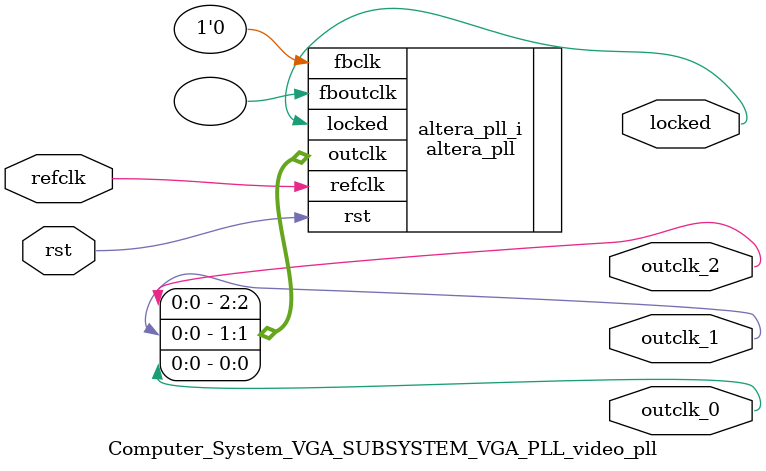
<source format=v>
`timescale 1ns/10ps
module  Computer_System_VGA_SUBSYSTEM_VGA_PLL_video_pll(

	// interface 'refclk'
	input wire refclk,

	// interface 'reset'
	input wire rst,

	// interface 'outclk0'
	output wire outclk_0,

	// interface 'outclk1'
	output wire outclk_1,

	// interface 'outclk2'
	output wire outclk_2,

	// interface 'locked'
	output wire locked
);

	altera_pll #(
		.fractional_vco_multiplier("false"),
		.reference_clock_frequency("50.0 MHz"),
		.operation_mode("direct"),
		.number_of_clocks(3),
		.output_clock_frequency0("25.000000 MHz"),
		.phase_shift0("0 ps"),
		.duty_cycle0(50),
		.output_clock_frequency1("25.000000 MHz"),
		.phase_shift1("0 ps"),
		.duty_cycle1(50),
		.output_clock_frequency2("33.000000 MHz"),
		.phase_shift2("0 ps"),
		.duty_cycle2(50),
		.output_clock_frequency3("0 MHz"),
		.phase_shift3("0 ps"),
		.duty_cycle3(50),
		.output_clock_frequency4("0 MHz"),
		.phase_shift4("0 ps"),
		.duty_cycle4(50),
		.output_clock_frequency5("0 MHz"),
		.phase_shift5("0 ps"),
		.duty_cycle5(50),
		.output_clock_frequency6("0 MHz"),
		.phase_shift6("0 ps"),
		.duty_cycle6(50),
		.output_clock_frequency7("0 MHz"),
		.phase_shift7("0 ps"),
		.duty_cycle7(50),
		.output_clock_frequency8("0 MHz"),
		.phase_shift8("0 ps"),
		.duty_cycle8(50),
		.output_clock_frequency9("0 MHz"),
		.phase_shift9("0 ps"),
		.duty_cycle9(50),
		.output_clock_frequency10("0 MHz"),
		.phase_shift10("0 ps"),
		.duty_cycle10(50),
		.output_clock_frequency11("0 MHz"),
		.phase_shift11("0 ps"),
		.duty_cycle11(50),
		.output_clock_frequency12("0 MHz"),
		.phase_shift12("0 ps"),
		.duty_cycle12(50),
		.output_clock_frequency13("0 MHz"),
		.phase_shift13("0 ps"),
		.duty_cycle13(50),
		.output_clock_frequency14("0 MHz"),
		.phase_shift14("0 ps"),
		.duty_cycle14(50),
		.output_clock_frequency15("0 MHz"),
		.phase_shift15("0 ps"),
		.duty_cycle15(50),
		.output_clock_frequency16("0 MHz"),
		.phase_shift16("0 ps"),
		.duty_cycle16(50),
		.output_clock_frequency17("0 MHz"),
		.phase_shift17("0 ps"),
		.duty_cycle17(50),
		.pll_type("General"),
		.pll_subtype("General")
	) altera_pll_i (
		.rst	(rst),
		.outclk	({outclk_2, outclk_1, outclk_0}),
		.locked	(locked),
		.fboutclk	( ),
		.fbclk	(1'b0),
		.refclk	(refclk)
	);
endmodule


</source>
